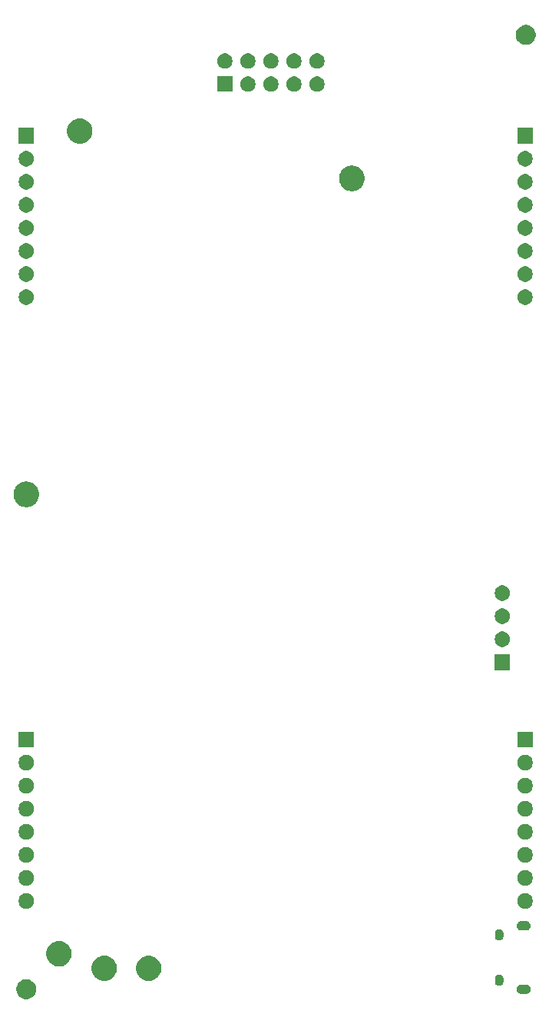
<source format=gbr>
G04 #@! TF.GenerationSoftware,KiCad,Pcbnew,(5.1.5)-3*
G04 #@! TF.CreationDate,2020-10-12T14:52:06+01:00*
G04 #@! TF.ProjectId,Retrospector_Components,52657472-6f73-4706-9563-746f725f436f,rev?*
G04 #@! TF.SameCoordinates,Original*
G04 #@! TF.FileFunction,Soldermask,Bot*
G04 #@! TF.FilePolarity,Negative*
%FSLAX46Y46*%
G04 Gerber Fmt 4.6, Leading zero omitted, Abs format (unit mm)*
G04 Created by KiCad (PCBNEW (5.1.5)-3) date 2020-10-12 14:52:06*
%MOMM*%
%LPD*%
G04 APERTURE LIST*
%ADD10C,0.100000*%
G04 APERTURE END LIST*
D10*
G36*
X102820857Y-156442272D02*
G01*
X103021043Y-156525192D01*
X103021045Y-156525193D01*
X103111738Y-156585792D01*
X103201208Y-156645574D01*
X103354426Y-156798792D01*
X103474808Y-156978957D01*
X103557728Y-157179143D01*
X103600000Y-157391658D01*
X103600000Y-157608342D01*
X103557728Y-157820857D01*
X103486521Y-157992765D01*
X103474807Y-158021045D01*
X103354425Y-158201209D01*
X103201209Y-158354425D01*
X103021045Y-158474807D01*
X103021044Y-158474808D01*
X103021043Y-158474808D01*
X102820857Y-158557728D01*
X102608342Y-158600000D01*
X102391658Y-158600000D01*
X102179143Y-158557728D01*
X101978957Y-158474808D01*
X101978956Y-158474808D01*
X101978955Y-158474807D01*
X101798791Y-158354425D01*
X101645575Y-158201209D01*
X101525193Y-158021045D01*
X101513479Y-157992765D01*
X101442272Y-157820857D01*
X101400000Y-157608342D01*
X101400000Y-157391658D01*
X101442272Y-157179143D01*
X101525192Y-156978957D01*
X101645574Y-156798792D01*
X101798792Y-156645574D01*
X101888262Y-156585792D01*
X101978955Y-156525193D01*
X101978957Y-156525192D01*
X102179143Y-156442272D01*
X102391658Y-156400000D01*
X102608342Y-156400000D01*
X102820857Y-156442272D01*
G37*
G36*
X157723015Y-157007234D02*
G01*
X157817270Y-157035826D01*
X157904128Y-157082253D01*
X157980264Y-157144736D01*
X158042747Y-157220872D01*
X158089174Y-157307730D01*
X158117766Y-157401985D01*
X158127419Y-157500000D01*
X158117766Y-157598015D01*
X158089174Y-157692270D01*
X158042747Y-157779128D01*
X157980264Y-157855264D01*
X157904128Y-157917747D01*
X157817270Y-157964174D01*
X157723015Y-157992766D01*
X157649564Y-158000000D01*
X157050436Y-158000000D01*
X156976985Y-157992766D01*
X156882730Y-157964174D01*
X156795872Y-157917747D01*
X156719736Y-157855264D01*
X156657253Y-157779128D01*
X156610826Y-157692270D01*
X156582234Y-157598015D01*
X156572581Y-157500000D01*
X156582234Y-157401985D01*
X156610826Y-157307730D01*
X156657253Y-157220872D01*
X156719736Y-157144736D01*
X156795872Y-157082253D01*
X156882730Y-157035826D01*
X156976985Y-157007234D01*
X157050436Y-157000000D01*
X157649564Y-157000000D01*
X157723015Y-157007234D01*
G37*
G36*
X154743116Y-155881873D02*
G01*
X154795681Y-155897818D01*
X154832658Y-155909035D01*
X154910453Y-155950618D01*
X154915173Y-155953141D01*
X154987501Y-156012499D01*
X155046859Y-156084827D01*
X155090966Y-156167346D01*
X155118127Y-156256884D01*
X155125000Y-156326668D01*
X155125000Y-156673332D01*
X155118127Y-156743116D01*
X155101238Y-156798791D01*
X155090965Y-156832658D01*
X155049382Y-156910453D01*
X155046859Y-156915173D01*
X154987501Y-156987501D01*
X154915173Y-157046859D01*
X154886576Y-157062144D01*
X154832657Y-157090965D01*
X154809358Y-157098033D01*
X154743115Y-157118127D01*
X154650000Y-157127298D01*
X154556884Y-157118127D01*
X154504319Y-157102182D01*
X154467342Y-157090965D01*
X154384829Y-157046860D01*
X154384827Y-157046859D01*
X154312499Y-156987501D01*
X154253141Y-156915173D01*
X154237856Y-156886576D01*
X154209035Y-156832657D01*
X154198762Y-156798791D01*
X154181873Y-156743115D01*
X154175000Y-156673331D01*
X154175000Y-156326668D01*
X154181873Y-156256884D01*
X154190500Y-156228444D01*
X154209034Y-156167345D01*
X154253142Y-156084827D01*
X154312500Y-156012499D01*
X154384828Y-155953141D01*
X154389548Y-155950618D01*
X154467343Y-155909035D01*
X154490642Y-155901967D01*
X154556885Y-155881873D01*
X154650000Y-155872702D01*
X154743116Y-155881873D01*
G37*
G36*
X116273126Y-153826900D02*
G01*
X116408365Y-153853801D01*
X116663149Y-153959336D01*
X116892448Y-154112549D01*
X117087451Y-154307552D01*
X117240664Y-154536851D01*
X117346199Y-154791635D01*
X117400000Y-155062112D01*
X117400000Y-155337888D01*
X117346199Y-155608365D01*
X117240664Y-155863149D01*
X117087451Y-156092448D01*
X116892448Y-156287451D01*
X116663149Y-156440664D01*
X116408365Y-156546199D01*
X116273127Y-156573099D01*
X116137889Y-156600000D01*
X115862111Y-156600000D01*
X115726873Y-156573099D01*
X115591635Y-156546199D01*
X115336851Y-156440664D01*
X115107552Y-156287451D01*
X114912549Y-156092448D01*
X114759336Y-155863149D01*
X114653801Y-155608365D01*
X114600000Y-155337888D01*
X114600000Y-155062112D01*
X114653801Y-154791635D01*
X114759336Y-154536851D01*
X114912549Y-154307552D01*
X115107552Y-154112549D01*
X115336851Y-153959336D01*
X115591635Y-153853801D01*
X115726874Y-153826900D01*
X115862111Y-153800000D01*
X116137889Y-153800000D01*
X116273126Y-153826900D01*
G37*
G36*
X111373126Y-153826900D02*
G01*
X111508365Y-153853801D01*
X111763149Y-153959336D01*
X111992448Y-154112549D01*
X112187451Y-154307552D01*
X112340664Y-154536851D01*
X112446199Y-154791635D01*
X112500000Y-155062112D01*
X112500000Y-155337888D01*
X112446199Y-155608365D01*
X112340664Y-155863149D01*
X112187451Y-156092448D01*
X111992448Y-156287451D01*
X111763149Y-156440664D01*
X111508365Y-156546199D01*
X111373127Y-156573099D01*
X111237889Y-156600000D01*
X110962111Y-156600000D01*
X110826873Y-156573099D01*
X110691635Y-156546199D01*
X110436851Y-156440664D01*
X110207552Y-156287451D01*
X110012549Y-156092448D01*
X109859336Y-155863149D01*
X109753801Y-155608365D01*
X109700000Y-155337888D01*
X109700000Y-155062112D01*
X109753801Y-154791635D01*
X109859336Y-154536851D01*
X110012549Y-154307552D01*
X110207552Y-154112549D01*
X110436851Y-153959336D01*
X110691635Y-153853801D01*
X110826874Y-153826900D01*
X110962111Y-153800000D01*
X111237889Y-153800000D01*
X111373126Y-153826900D01*
G37*
G36*
X106373126Y-152226900D02*
G01*
X106508365Y-152253801D01*
X106763149Y-152359336D01*
X106992448Y-152512549D01*
X107187451Y-152707552D01*
X107340664Y-152936851D01*
X107446199Y-153191635D01*
X107500000Y-153462112D01*
X107500000Y-153737888D01*
X107446199Y-154008365D01*
X107340664Y-154263149D01*
X107187451Y-154492448D01*
X106992448Y-154687451D01*
X106763149Y-154840664D01*
X106508365Y-154946199D01*
X106373127Y-154973099D01*
X106237889Y-155000000D01*
X105962111Y-155000000D01*
X105826873Y-154973099D01*
X105691635Y-154946199D01*
X105436851Y-154840664D01*
X105207552Y-154687451D01*
X105012549Y-154492448D01*
X104859336Y-154263149D01*
X104753801Y-154008365D01*
X104700000Y-153737888D01*
X104700000Y-153462112D01*
X104753801Y-153191635D01*
X104859336Y-152936851D01*
X105012549Y-152707552D01*
X105207552Y-152512549D01*
X105436851Y-152359336D01*
X105691635Y-152253801D01*
X105826874Y-152226900D01*
X105962111Y-152200000D01*
X106237889Y-152200000D01*
X106373126Y-152226900D01*
G37*
G36*
X154743116Y-150881873D02*
G01*
X154795681Y-150897818D01*
X154832658Y-150909035D01*
X154910453Y-150950618D01*
X154915173Y-150953141D01*
X154987501Y-151012499D01*
X155046859Y-151084827D01*
X155090966Y-151167346D01*
X155118127Y-151256884D01*
X155125000Y-151326668D01*
X155125000Y-151673332D01*
X155118127Y-151743116D01*
X155098033Y-151809359D01*
X155090965Y-151832658D01*
X155049382Y-151910453D01*
X155046859Y-151915173D01*
X154987501Y-151987501D01*
X154915173Y-152046859D01*
X154886576Y-152062144D01*
X154832657Y-152090965D01*
X154809358Y-152098033D01*
X154743115Y-152118127D01*
X154650000Y-152127298D01*
X154556884Y-152118127D01*
X154504319Y-152102182D01*
X154467342Y-152090965D01*
X154384829Y-152046860D01*
X154384827Y-152046859D01*
X154312499Y-151987501D01*
X154253141Y-151915173D01*
X154237856Y-151886576D01*
X154209035Y-151832657D01*
X154201967Y-151809358D01*
X154181873Y-151743115D01*
X154175000Y-151673331D01*
X154175000Y-151326668D01*
X154181873Y-151256884D01*
X154190500Y-151228444D01*
X154209034Y-151167345D01*
X154253142Y-151084827D01*
X154312500Y-151012499D01*
X154336546Y-150992765D01*
X154384828Y-150953141D01*
X154389548Y-150950618D01*
X154467343Y-150909035D01*
X154490642Y-150901967D01*
X154556885Y-150881873D01*
X154650000Y-150872702D01*
X154743116Y-150881873D01*
G37*
G36*
X157723015Y-150007234D02*
G01*
X157817270Y-150035826D01*
X157904128Y-150082253D01*
X157980264Y-150144736D01*
X158042747Y-150220872D01*
X158089174Y-150307730D01*
X158117766Y-150401985D01*
X158127419Y-150500000D01*
X158117766Y-150598015D01*
X158089174Y-150692270D01*
X158042747Y-150779128D01*
X157980264Y-150855264D01*
X157904128Y-150917747D01*
X157817270Y-150964174D01*
X157723015Y-150992766D01*
X157649564Y-151000000D01*
X157050436Y-151000000D01*
X156976985Y-150992766D01*
X156882730Y-150964174D01*
X156795872Y-150917747D01*
X156719736Y-150855264D01*
X156657253Y-150779128D01*
X156610826Y-150692270D01*
X156582234Y-150598015D01*
X156572581Y-150500000D01*
X156582234Y-150401985D01*
X156610826Y-150307730D01*
X156657253Y-150220872D01*
X156719736Y-150144736D01*
X156795872Y-150082253D01*
X156882730Y-150035826D01*
X156976985Y-150007234D01*
X157050436Y-150000000D01*
X157649564Y-150000000D01*
X157723015Y-150007234D01*
G37*
G36*
X102747935Y-146962664D02*
G01*
X102902624Y-147026739D01*
X102902626Y-147026740D01*
X103041844Y-147119762D01*
X103160238Y-147238156D01*
X103253260Y-147377374D01*
X103253261Y-147377376D01*
X103317336Y-147532065D01*
X103350000Y-147696281D01*
X103350000Y-147863719D01*
X103317336Y-148027935D01*
X103253261Y-148182624D01*
X103253260Y-148182626D01*
X103160238Y-148321844D01*
X103041844Y-148440238D01*
X102902626Y-148533260D01*
X102902625Y-148533261D01*
X102902624Y-148533261D01*
X102747935Y-148597336D01*
X102583719Y-148630000D01*
X102416281Y-148630000D01*
X102252065Y-148597336D01*
X102097376Y-148533261D01*
X102097375Y-148533261D01*
X102097374Y-148533260D01*
X101958156Y-148440238D01*
X101839762Y-148321844D01*
X101746740Y-148182626D01*
X101746739Y-148182624D01*
X101682664Y-148027935D01*
X101650000Y-147863719D01*
X101650000Y-147696281D01*
X101682664Y-147532065D01*
X101746739Y-147377376D01*
X101746740Y-147377374D01*
X101839762Y-147238156D01*
X101958156Y-147119762D01*
X102097374Y-147026740D01*
X102097376Y-147026739D01*
X102252065Y-146962664D01*
X102416281Y-146930000D01*
X102583719Y-146930000D01*
X102747935Y-146962664D01*
G37*
G36*
X157747935Y-146962664D02*
G01*
X157902624Y-147026739D01*
X157902626Y-147026740D01*
X158041844Y-147119762D01*
X158160238Y-147238156D01*
X158253260Y-147377374D01*
X158253261Y-147377376D01*
X158317336Y-147532065D01*
X158350000Y-147696281D01*
X158350000Y-147863719D01*
X158317336Y-148027935D01*
X158253261Y-148182624D01*
X158253260Y-148182626D01*
X158160238Y-148321844D01*
X158041844Y-148440238D01*
X157902626Y-148533260D01*
X157902625Y-148533261D01*
X157902624Y-148533261D01*
X157747935Y-148597336D01*
X157583719Y-148630000D01*
X157416281Y-148630000D01*
X157252065Y-148597336D01*
X157097376Y-148533261D01*
X157097375Y-148533261D01*
X157097374Y-148533260D01*
X156958156Y-148440238D01*
X156839762Y-148321844D01*
X156746740Y-148182626D01*
X156746739Y-148182624D01*
X156682664Y-148027935D01*
X156650000Y-147863719D01*
X156650000Y-147696281D01*
X156682664Y-147532065D01*
X156746739Y-147377376D01*
X156746740Y-147377374D01*
X156839762Y-147238156D01*
X156958156Y-147119762D01*
X157097374Y-147026740D01*
X157097376Y-147026739D01*
X157252065Y-146962664D01*
X157416281Y-146930000D01*
X157583719Y-146930000D01*
X157747935Y-146962664D01*
G37*
G36*
X157747935Y-144422664D02*
G01*
X157902624Y-144486739D01*
X157902626Y-144486740D01*
X158041844Y-144579762D01*
X158160238Y-144698156D01*
X158253260Y-144837374D01*
X158253261Y-144837376D01*
X158317336Y-144992065D01*
X158350000Y-145156281D01*
X158350000Y-145323719D01*
X158317336Y-145487935D01*
X158253261Y-145642624D01*
X158253260Y-145642626D01*
X158160238Y-145781844D01*
X158041844Y-145900238D01*
X157902626Y-145993260D01*
X157902625Y-145993261D01*
X157902624Y-145993261D01*
X157747935Y-146057336D01*
X157583719Y-146090000D01*
X157416281Y-146090000D01*
X157252065Y-146057336D01*
X157097376Y-145993261D01*
X157097375Y-145993261D01*
X157097374Y-145993260D01*
X156958156Y-145900238D01*
X156839762Y-145781844D01*
X156746740Y-145642626D01*
X156746739Y-145642624D01*
X156682664Y-145487935D01*
X156650000Y-145323719D01*
X156650000Y-145156281D01*
X156682664Y-144992065D01*
X156746739Y-144837376D01*
X156746740Y-144837374D01*
X156839762Y-144698156D01*
X156958156Y-144579762D01*
X157097374Y-144486740D01*
X157097376Y-144486739D01*
X157252065Y-144422664D01*
X157416281Y-144390000D01*
X157583719Y-144390000D01*
X157747935Y-144422664D01*
G37*
G36*
X102747935Y-144422664D02*
G01*
X102902624Y-144486739D01*
X102902626Y-144486740D01*
X103041844Y-144579762D01*
X103160238Y-144698156D01*
X103253260Y-144837374D01*
X103253261Y-144837376D01*
X103317336Y-144992065D01*
X103350000Y-145156281D01*
X103350000Y-145323719D01*
X103317336Y-145487935D01*
X103253261Y-145642624D01*
X103253260Y-145642626D01*
X103160238Y-145781844D01*
X103041844Y-145900238D01*
X102902626Y-145993260D01*
X102902625Y-145993261D01*
X102902624Y-145993261D01*
X102747935Y-146057336D01*
X102583719Y-146090000D01*
X102416281Y-146090000D01*
X102252065Y-146057336D01*
X102097376Y-145993261D01*
X102097375Y-145993261D01*
X102097374Y-145993260D01*
X101958156Y-145900238D01*
X101839762Y-145781844D01*
X101746740Y-145642626D01*
X101746739Y-145642624D01*
X101682664Y-145487935D01*
X101650000Y-145323719D01*
X101650000Y-145156281D01*
X101682664Y-144992065D01*
X101746739Y-144837376D01*
X101746740Y-144837374D01*
X101839762Y-144698156D01*
X101958156Y-144579762D01*
X102097374Y-144486740D01*
X102097376Y-144486739D01*
X102252065Y-144422664D01*
X102416281Y-144390000D01*
X102583719Y-144390000D01*
X102747935Y-144422664D01*
G37*
G36*
X157747935Y-141882664D02*
G01*
X157902624Y-141946739D01*
X157902626Y-141946740D01*
X158041844Y-142039762D01*
X158160238Y-142158156D01*
X158253260Y-142297374D01*
X158253261Y-142297376D01*
X158317336Y-142452065D01*
X158350000Y-142616281D01*
X158350000Y-142783719D01*
X158317336Y-142947935D01*
X158253261Y-143102624D01*
X158253260Y-143102626D01*
X158160238Y-143241844D01*
X158041844Y-143360238D01*
X157902626Y-143453260D01*
X157902625Y-143453261D01*
X157902624Y-143453261D01*
X157747935Y-143517336D01*
X157583719Y-143550000D01*
X157416281Y-143550000D01*
X157252065Y-143517336D01*
X157097376Y-143453261D01*
X157097375Y-143453261D01*
X157097374Y-143453260D01*
X156958156Y-143360238D01*
X156839762Y-143241844D01*
X156746740Y-143102626D01*
X156746739Y-143102624D01*
X156682664Y-142947935D01*
X156650000Y-142783719D01*
X156650000Y-142616281D01*
X156682664Y-142452065D01*
X156746739Y-142297376D01*
X156746740Y-142297374D01*
X156839762Y-142158156D01*
X156958156Y-142039762D01*
X157097374Y-141946740D01*
X157097376Y-141946739D01*
X157252065Y-141882664D01*
X157416281Y-141850000D01*
X157583719Y-141850000D01*
X157747935Y-141882664D01*
G37*
G36*
X102747935Y-141882664D02*
G01*
X102902624Y-141946739D01*
X102902626Y-141946740D01*
X103041844Y-142039762D01*
X103160238Y-142158156D01*
X103253260Y-142297374D01*
X103253261Y-142297376D01*
X103317336Y-142452065D01*
X103350000Y-142616281D01*
X103350000Y-142783719D01*
X103317336Y-142947935D01*
X103253261Y-143102624D01*
X103253260Y-143102626D01*
X103160238Y-143241844D01*
X103041844Y-143360238D01*
X102902626Y-143453260D01*
X102902625Y-143453261D01*
X102902624Y-143453261D01*
X102747935Y-143517336D01*
X102583719Y-143550000D01*
X102416281Y-143550000D01*
X102252065Y-143517336D01*
X102097376Y-143453261D01*
X102097375Y-143453261D01*
X102097374Y-143453260D01*
X101958156Y-143360238D01*
X101839762Y-143241844D01*
X101746740Y-143102626D01*
X101746739Y-143102624D01*
X101682664Y-142947935D01*
X101650000Y-142783719D01*
X101650000Y-142616281D01*
X101682664Y-142452065D01*
X101746739Y-142297376D01*
X101746740Y-142297374D01*
X101839762Y-142158156D01*
X101958156Y-142039762D01*
X102097374Y-141946740D01*
X102097376Y-141946739D01*
X102252065Y-141882664D01*
X102416281Y-141850000D01*
X102583719Y-141850000D01*
X102747935Y-141882664D01*
G37*
G36*
X102747935Y-139342664D02*
G01*
X102902624Y-139406739D01*
X102902626Y-139406740D01*
X103041844Y-139499762D01*
X103160238Y-139618156D01*
X103253260Y-139757374D01*
X103253261Y-139757376D01*
X103317336Y-139912065D01*
X103350000Y-140076281D01*
X103350000Y-140243719D01*
X103317336Y-140407935D01*
X103253261Y-140562624D01*
X103253260Y-140562626D01*
X103160238Y-140701844D01*
X103041844Y-140820238D01*
X102902626Y-140913260D01*
X102902625Y-140913261D01*
X102902624Y-140913261D01*
X102747935Y-140977336D01*
X102583719Y-141010000D01*
X102416281Y-141010000D01*
X102252065Y-140977336D01*
X102097376Y-140913261D01*
X102097375Y-140913261D01*
X102097374Y-140913260D01*
X101958156Y-140820238D01*
X101839762Y-140701844D01*
X101746740Y-140562626D01*
X101746739Y-140562624D01*
X101682664Y-140407935D01*
X101650000Y-140243719D01*
X101650000Y-140076281D01*
X101682664Y-139912065D01*
X101746739Y-139757376D01*
X101746740Y-139757374D01*
X101839762Y-139618156D01*
X101958156Y-139499762D01*
X102097374Y-139406740D01*
X102097376Y-139406739D01*
X102252065Y-139342664D01*
X102416281Y-139310000D01*
X102583719Y-139310000D01*
X102747935Y-139342664D01*
G37*
G36*
X157747935Y-139342664D02*
G01*
X157902624Y-139406739D01*
X157902626Y-139406740D01*
X158041844Y-139499762D01*
X158160238Y-139618156D01*
X158253260Y-139757374D01*
X158253261Y-139757376D01*
X158317336Y-139912065D01*
X158350000Y-140076281D01*
X158350000Y-140243719D01*
X158317336Y-140407935D01*
X158253261Y-140562624D01*
X158253260Y-140562626D01*
X158160238Y-140701844D01*
X158041844Y-140820238D01*
X157902626Y-140913260D01*
X157902625Y-140913261D01*
X157902624Y-140913261D01*
X157747935Y-140977336D01*
X157583719Y-141010000D01*
X157416281Y-141010000D01*
X157252065Y-140977336D01*
X157097376Y-140913261D01*
X157097375Y-140913261D01*
X157097374Y-140913260D01*
X156958156Y-140820238D01*
X156839762Y-140701844D01*
X156746740Y-140562626D01*
X156746739Y-140562624D01*
X156682664Y-140407935D01*
X156650000Y-140243719D01*
X156650000Y-140076281D01*
X156682664Y-139912065D01*
X156746739Y-139757376D01*
X156746740Y-139757374D01*
X156839762Y-139618156D01*
X156958156Y-139499762D01*
X157097374Y-139406740D01*
X157097376Y-139406739D01*
X157252065Y-139342664D01*
X157416281Y-139310000D01*
X157583719Y-139310000D01*
X157747935Y-139342664D01*
G37*
G36*
X102747935Y-136802664D02*
G01*
X102902624Y-136866739D01*
X102902626Y-136866740D01*
X103041844Y-136959762D01*
X103160238Y-137078156D01*
X103253260Y-137217374D01*
X103253261Y-137217376D01*
X103317336Y-137372065D01*
X103350000Y-137536281D01*
X103350000Y-137703719D01*
X103317336Y-137867935D01*
X103253261Y-138022624D01*
X103253260Y-138022626D01*
X103160238Y-138161844D01*
X103041844Y-138280238D01*
X102902626Y-138373260D01*
X102902625Y-138373261D01*
X102902624Y-138373261D01*
X102747935Y-138437336D01*
X102583719Y-138470000D01*
X102416281Y-138470000D01*
X102252065Y-138437336D01*
X102097376Y-138373261D01*
X102097375Y-138373261D01*
X102097374Y-138373260D01*
X101958156Y-138280238D01*
X101839762Y-138161844D01*
X101746740Y-138022626D01*
X101746739Y-138022624D01*
X101682664Y-137867935D01*
X101650000Y-137703719D01*
X101650000Y-137536281D01*
X101682664Y-137372065D01*
X101746739Y-137217376D01*
X101746740Y-137217374D01*
X101839762Y-137078156D01*
X101958156Y-136959762D01*
X102097374Y-136866740D01*
X102097376Y-136866739D01*
X102252065Y-136802664D01*
X102416281Y-136770000D01*
X102583719Y-136770000D01*
X102747935Y-136802664D01*
G37*
G36*
X157747935Y-136802664D02*
G01*
X157902624Y-136866739D01*
X157902626Y-136866740D01*
X158041844Y-136959762D01*
X158160238Y-137078156D01*
X158253260Y-137217374D01*
X158253261Y-137217376D01*
X158317336Y-137372065D01*
X158350000Y-137536281D01*
X158350000Y-137703719D01*
X158317336Y-137867935D01*
X158253261Y-138022624D01*
X158253260Y-138022626D01*
X158160238Y-138161844D01*
X158041844Y-138280238D01*
X157902626Y-138373260D01*
X157902625Y-138373261D01*
X157902624Y-138373261D01*
X157747935Y-138437336D01*
X157583719Y-138470000D01*
X157416281Y-138470000D01*
X157252065Y-138437336D01*
X157097376Y-138373261D01*
X157097375Y-138373261D01*
X157097374Y-138373260D01*
X156958156Y-138280238D01*
X156839762Y-138161844D01*
X156746740Y-138022626D01*
X156746739Y-138022624D01*
X156682664Y-137867935D01*
X156650000Y-137703719D01*
X156650000Y-137536281D01*
X156682664Y-137372065D01*
X156746739Y-137217376D01*
X156746740Y-137217374D01*
X156839762Y-137078156D01*
X156958156Y-136959762D01*
X157097374Y-136866740D01*
X157097376Y-136866739D01*
X157252065Y-136802664D01*
X157416281Y-136770000D01*
X157583719Y-136770000D01*
X157747935Y-136802664D01*
G37*
G36*
X102747935Y-134262664D02*
G01*
X102902624Y-134326739D01*
X102902626Y-134326740D01*
X103041844Y-134419762D01*
X103160238Y-134538156D01*
X103253260Y-134677374D01*
X103253261Y-134677376D01*
X103317336Y-134832065D01*
X103350000Y-134996281D01*
X103350000Y-135163719D01*
X103317336Y-135327935D01*
X103253261Y-135482624D01*
X103253260Y-135482626D01*
X103160238Y-135621844D01*
X103041844Y-135740238D01*
X102902626Y-135833260D01*
X102902625Y-135833261D01*
X102902624Y-135833261D01*
X102747935Y-135897336D01*
X102583719Y-135930000D01*
X102416281Y-135930000D01*
X102252065Y-135897336D01*
X102097376Y-135833261D01*
X102097375Y-135833261D01*
X102097374Y-135833260D01*
X101958156Y-135740238D01*
X101839762Y-135621844D01*
X101746740Y-135482626D01*
X101746739Y-135482624D01*
X101682664Y-135327935D01*
X101650000Y-135163719D01*
X101650000Y-134996281D01*
X101682664Y-134832065D01*
X101746739Y-134677376D01*
X101746740Y-134677374D01*
X101839762Y-134538156D01*
X101958156Y-134419762D01*
X102097374Y-134326740D01*
X102097376Y-134326739D01*
X102252065Y-134262664D01*
X102416281Y-134230000D01*
X102583719Y-134230000D01*
X102747935Y-134262664D01*
G37*
G36*
X157747935Y-134262664D02*
G01*
X157902624Y-134326739D01*
X157902626Y-134326740D01*
X158041844Y-134419762D01*
X158160238Y-134538156D01*
X158253260Y-134677374D01*
X158253261Y-134677376D01*
X158317336Y-134832065D01*
X158350000Y-134996281D01*
X158350000Y-135163719D01*
X158317336Y-135327935D01*
X158253261Y-135482624D01*
X158253260Y-135482626D01*
X158160238Y-135621844D01*
X158041844Y-135740238D01*
X157902626Y-135833260D01*
X157902625Y-135833261D01*
X157902624Y-135833261D01*
X157747935Y-135897336D01*
X157583719Y-135930000D01*
X157416281Y-135930000D01*
X157252065Y-135897336D01*
X157097376Y-135833261D01*
X157097375Y-135833261D01*
X157097374Y-135833260D01*
X156958156Y-135740238D01*
X156839762Y-135621844D01*
X156746740Y-135482626D01*
X156746739Y-135482624D01*
X156682664Y-135327935D01*
X156650000Y-135163719D01*
X156650000Y-134996281D01*
X156682664Y-134832065D01*
X156746739Y-134677376D01*
X156746740Y-134677374D01*
X156839762Y-134538156D01*
X156958156Y-134419762D01*
X157097374Y-134326740D01*
X157097376Y-134326739D01*
X157252065Y-134262664D01*
X157416281Y-134230000D01*
X157583719Y-134230000D01*
X157747935Y-134262664D01*
G37*
G36*
X102747935Y-131722664D02*
G01*
X102902624Y-131786739D01*
X102902626Y-131786740D01*
X103041844Y-131879762D01*
X103160238Y-131998156D01*
X103253260Y-132137374D01*
X103253261Y-132137376D01*
X103317336Y-132292065D01*
X103350000Y-132456281D01*
X103350000Y-132623719D01*
X103317336Y-132787935D01*
X103253261Y-132942624D01*
X103253260Y-132942626D01*
X103160238Y-133081844D01*
X103041844Y-133200238D01*
X102902626Y-133293260D01*
X102902625Y-133293261D01*
X102902624Y-133293261D01*
X102747935Y-133357336D01*
X102583719Y-133390000D01*
X102416281Y-133390000D01*
X102252065Y-133357336D01*
X102097376Y-133293261D01*
X102097375Y-133293261D01*
X102097374Y-133293260D01*
X101958156Y-133200238D01*
X101839762Y-133081844D01*
X101746740Y-132942626D01*
X101746739Y-132942624D01*
X101682664Y-132787935D01*
X101650000Y-132623719D01*
X101650000Y-132456281D01*
X101682664Y-132292065D01*
X101746739Y-132137376D01*
X101746740Y-132137374D01*
X101839762Y-131998156D01*
X101958156Y-131879762D01*
X102097374Y-131786740D01*
X102097376Y-131786739D01*
X102252065Y-131722664D01*
X102416281Y-131690000D01*
X102583719Y-131690000D01*
X102747935Y-131722664D01*
G37*
G36*
X157747935Y-131722664D02*
G01*
X157902624Y-131786739D01*
X157902626Y-131786740D01*
X158041844Y-131879762D01*
X158160238Y-131998156D01*
X158253260Y-132137374D01*
X158253261Y-132137376D01*
X158317336Y-132292065D01*
X158350000Y-132456281D01*
X158350000Y-132623719D01*
X158317336Y-132787935D01*
X158253261Y-132942624D01*
X158253260Y-132942626D01*
X158160238Y-133081844D01*
X158041844Y-133200238D01*
X157902626Y-133293260D01*
X157902625Y-133293261D01*
X157902624Y-133293261D01*
X157747935Y-133357336D01*
X157583719Y-133390000D01*
X157416281Y-133390000D01*
X157252065Y-133357336D01*
X157097376Y-133293261D01*
X157097375Y-133293261D01*
X157097374Y-133293260D01*
X156958156Y-133200238D01*
X156839762Y-133081844D01*
X156746740Y-132942626D01*
X156746739Y-132942624D01*
X156682664Y-132787935D01*
X156650000Y-132623719D01*
X156650000Y-132456281D01*
X156682664Y-132292065D01*
X156746739Y-132137376D01*
X156746740Y-132137374D01*
X156839762Y-131998156D01*
X156958156Y-131879762D01*
X157097374Y-131786740D01*
X157097376Y-131786739D01*
X157252065Y-131722664D01*
X157416281Y-131690000D01*
X157583719Y-131690000D01*
X157747935Y-131722664D01*
G37*
G36*
X103350000Y-130850000D02*
G01*
X101650000Y-130850000D01*
X101650000Y-129150000D01*
X103350000Y-129150000D01*
X103350000Y-130850000D01*
G37*
G36*
X158350000Y-130850000D02*
G01*
X156650000Y-130850000D01*
X156650000Y-129150000D01*
X158350000Y-129150000D01*
X158350000Y-130850000D01*
G37*
G36*
X155850000Y-122350000D02*
G01*
X154150000Y-122350000D01*
X154150000Y-120650000D01*
X155850000Y-120650000D01*
X155850000Y-122350000D01*
G37*
G36*
X155247935Y-118142664D02*
G01*
X155402624Y-118206739D01*
X155402626Y-118206740D01*
X155541844Y-118299762D01*
X155660238Y-118418156D01*
X155753260Y-118557374D01*
X155753261Y-118557376D01*
X155817336Y-118712065D01*
X155850000Y-118876281D01*
X155850000Y-119043719D01*
X155817336Y-119207935D01*
X155753261Y-119362624D01*
X155753260Y-119362626D01*
X155660238Y-119501844D01*
X155541844Y-119620238D01*
X155402626Y-119713260D01*
X155402625Y-119713261D01*
X155402624Y-119713261D01*
X155247935Y-119777336D01*
X155083719Y-119810000D01*
X154916281Y-119810000D01*
X154752065Y-119777336D01*
X154597376Y-119713261D01*
X154597375Y-119713261D01*
X154597374Y-119713260D01*
X154458156Y-119620238D01*
X154339762Y-119501844D01*
X154246740Y-119362626D01*
X154246739Y-119362624D01*
X154182664Y-119207935D01*
X154150000Y-119043719D01*
X154150000Y-118876281D01*
X154182664Y-118712065D01*
X154246739Y-118557376D01*
X154246740Y-118557374D01*
X154339762Y-118418156D01*
X154458156Y-118299762D01*
X154597374Y-118206740D01*
X154597376Y-118206739D01*
X154752065Y-118142664D01*
X154916281Y-118110000D01*
X155083719Y-118110000D01*
X155247935Y-118142664D01*
G37*
G36*
X155247935Y-115602664D02*
G01*
X155402624Y-115666739D01*
X155402626Y-115666740D01*
X155541844Y-115759762D01*
X155660238Y-115878156D01*
X155753260Y-116017374D01*
X155753261Y-116017376D01*
X155817336Y-116172065D01*
X155850000Y-116336281D01*
X155850000Y-116503719D01*
X155817336Y-116667935D01*
X155753261Y-116822624D01*
X155753260Y-116822626D01*
X155660238Y-116961844D01*
X155541844Y-117080238D01*
X155402626Y-117173260D01*
X155402625Y-117173261D01*
X155402624Y-117173261D01*
X155247935Y-117237336D01*
X155083719Y-117270000D01*
X154916281Y-117270000D01*
X154752065Y-117237336D01*
X154597376Y-117173261D01*
X154597375Y-117173261D01*
X154597374Y-117173260D01*
X154458156Y-117080238D01*
X154339762Y-116961844D01*
X154246740Y-116822626D01*
X154246739Y-116822624D01*
X154182664Y-116667935D01*
X154150000Y-116503719D01*
X154150000Y-116336281D01*
X154182664Y-116172065D01*
X154246739Y-116017376D01*
X154246740Y-116017374D01*
X154339762Y-115878156D01*
X154458156Y-115759762D01*
X154597374Y-115666740D01*
X154597376Y-115666739D01*
X154752065Y-115602664D01*
X154916281Y-115570000D01*
X155083719Y-115570000D01*
X155247935Y-115602664D01*
G37*
G36*
X155247935Y-113062664D02*
G01*
X155402624Y-113126739D01*
X155402626Y-113126740D01*
X155541844Y-113219762D01*
X155660238Y-113338156D01*
X155753260Y-113477374D01*
X155753261Y-113477376D01*
X155817336Y-113632065D01*
X155850000Y-113796281D01*
X155850000Y-113963719D01*
X155817336Y-114127935D01*
X155753261Y-114282624D01*
X155753260Y-114282626D01*
X155660238Y-114421844D01*
X155541844Y-114540238D01*
X155402626Y-114633260D01*
X155402625Y-114633261D01*
X155402624Y-114633261D01*
X155247935Y-114697336D01*
X155083719Y-114730000D01*
X154916281Y-114730000D01*
X154752065Y-114697336D01*
X154597376Y-114633261D01*
X154597375Y-114633261D01*
X154597374Y-114633260D01*
X154458156Y-114540238D01*
X154339762Y-114421844D01*
X154246740Y-114282626D01*
X154246739Y-114282624D01*
X154182664Y-114127935D01*
X154150000Y-113963719D01*
X154150000Y-113796281D01*
X154182664Y-113632065D01*
X154246739Y-113477376D01*
X154246740Y-113477374D01*
X154339762Y-113338156D01*
X154458156Y-113219762D01*
X154597374Y-113126740D01*
X154597376Y-113126739D01*
X154752065Y-113062664D01*
X154916281Y-113030000D01*
X155083719Y-113030000D01*
X155247935Y-113062664D01*
G37*
G36*
X102773126Y-101626900D02*
G01*
X102908365Y-101653801D01*
X103163149Y-101759336D01*
X103392448Y-101912549D01*
X103587451Y-102107552D01*
X103740664Y-102336851D01*
X103846199Y-102591635D01*
X103900000Y-102862112D01*
X103900000Y-103137888D01*
X103846199Y-103408365D01*
X103740664Y-103663149D01*
X103587451Y-103892448D01*
X103392448Y-104087451D01*
X103163149Y-104240664D01*
X102908365Y-104346199D01*
X102773127Y-104373099D01*
X102637889Y-104400000D01*
X102362111Y-104400000D01*
X102226874Y-104373100D01*
X102091635Y-104346199D01*
X101836851Y-104240664D01*
X101607552Y-104087451D01*
X101412549Y-103892448D01*
X101259336Y-103663149D01*
X101153801Y-103408365D01*
X101100000Y-103137888D01*
X101100000Y-102862112D01*
X101153801Y-102591635D01*
X101259336Y-102336851D01*
X101412549Y-102107552D01*
X101607552Y-101912549D01*
X101836851Y-101759336D01*
X102091635Y-101653801D01*
X102226874Y-101626900D01*
X102362111Y-101600000D01*
X102637889Y-101600000D01*
X102773126Y-101626900D01*
G37*
G36*
X102747935Y-80462664D02*
G01*
X102902624Y-80526739D01*
X102902626Y-80526740D01*
X103041844Y-80619762D01*
X103160238Y-80738156D01*
X103253260Y-80877374D01*
X103253261Y-80877376D01*
X103317336Y-81032065D01*
X103350000Y-81196281D01*
X103350000Y-81363719D01*
X103317336Y-81527935D01*
X103253261Y-81682624D01*
X103253260Y-81682626D01*
X103160238Y-81821844D01*
X103041844Y-81940238D01*
X102902626Y-82033260D01*
X102902625Y-82033261D01*
X102902624Y-82033261D01*
X102747935Y-82097336D01*
X102583719Y-82130000D01*
X102416281Y-82130000D01*
X102252065Y-82097336D01*
X102097376Y-82033261D01*
X102097375Y-82033261D01*
X102097374Y-82033260D01*
X101958156Y-81940238D01*
X101839762Y-81821844D01*
X101746740Y-81682626D01*
X101746739Y-81682624D01*
X101682664Y-81527935D01*
X101650000Y-81363719D01*
X101650000Y-81196281D01*
X101682664Y-81032065D01*
X101746739Y-80877376D01*
X101746740Y-80877374D01*
X101839762Y-80738156D01*
X101958156Y-80619762D01*
X102097374Y-80526740D01*
X102097376Y-80526739D01*
X102252065Y-80462664D01*
X102416281Y-80430000D01*
X102583719Y-80430000D01*
X102747935Y-80462664D01*
G37*
G36*
X157747935Y-80462664D02*
G01*
X157902624Y-80526739D01*
X157902626Y-80526740D01*
X158041844Y-80619762D01*
X158160238Y-80738156D01*
X158253260Y-80877374D01*
X158253261Y-80877376D01*
X158317336Y-81032065D01*
X158350000Y-81196281D01*
X158350000Y-81363719D01*
X158317336Y-81527935D01*
X158253261Y-81682624D01*
X158253260Y-81682626D01*
X158160238Y-81821844D01*
X158041844Y-81940238D01*
X157902626Y-82033260D01*
X157902625Y-82033261D01*
X157902624Y-82033261D01*
X157747935Y-82097336D01*
X157583719Y-82130000D01*
X157416281Y-82130000D01*
X157252065Y-82097336D01*
X157097376Y-82033261D01*
X157097375Y-82033261D01*
X157097374Y-82033260D01*
X156958156Y-81940238D01*
X156839762Y-81821844D01*
X156746740Y-81682626D01*
X156746739Y-81682624D01*
X156682664Y-81527935D01*
X156650000Y-81363719D01*
X156650000Y-81196281D01*
X156682664Y-81032065D01*
X156746739Y-80877376D01*
X156746740Y-80877374D01*
X156839762Y-80738156D01*
X156958156Y-80619762D01*
X157097374Y-80526740D01*
X157097376Y-80526739D01*
X157252065Y-80462664D01*
X157416281Y-80430000D01*
X157583719Y-80430000D01*
X157747935Y-80462664D01*
G37*
G36*
X102747935Y-77922664D02*
G01*
X102902624Y-77986739D01*
X102902626Y-77986740D01*
X103041844Y-78079762D01*
X103160238Y-78198156D01*
X103253260Y-78337374D01*
X103253261Y-78337376D01*
X103317336Y-78492065D01*
X103350000Y-78656281D01*
X103350000Y-78823719D01*
X103317336Y-78987935D01*
X103253261Y-79142624D01*
X103253260Y-79142626D01*
X103160238Y-79281844D01*
X103041844Y-79400238D01*
X102902626Y-79493260D01*
X102902625Y-79493261D01*
X102902624Y-79493261D01*
X102747935Y-79557336D01*
X102583719Y-79590000D01*
X102416281Y-79590000D01*
X102252065Y-79557336D01*
X102097376Y-79493261D01*
X102097375Y-79493261D01*
X102097374Y-79493260D01*
X101958156Y-79400238D01*
X101839762Y-79281844D01*
X101746740Y-79142626D01*
X101746739Y-79142624D01*
X101682664Y-78987935D01*
X101650000Y-78823719D01*
X101650000Y-78656281D01*
X101682664Y-78492065D01*
X101746739Y-78337376D01*
X101746740Y-78337374D01*
X101839762Y-78198156D01*
X101958156Y-78079762D01*
X102097374Y-77986740D01*
X102097376Y-77986739D01*
X102252065Y-77922664D01*
X102416281Y-77890000D01*
X102583719Y-77890000D01*
X102747935Y-77922664D01*
G37*
G36*
X157747935Y-77922664D02*
G01*
X157902624Y-77986739D01*
X157902626Y-77986740D01*
X158041844Y-78079762D01*
X158160238Y-78198156D01*
X158253260Y-78337374D01*
X158253261Y-78337376D01*
X158317336Y-78492065D01*
X158350000Y-78656281D01*
X158350000Y-78823719D01*
X158317336Y-78987935D01*
X158253261Y-79142624D01*
X158253260Y-79142626D01*
X158160238Y-79281844D01*
X158041844Y-79400238D01*
X157902626Y-79493260D01*
X157902625Y-79493261D01*
X157902624Y-79493261D01*
X157747935Y-79557336D01*
X157583719Y-79590000D01*
X157416281Y-79590000D01*
X157252065Y-79557336D01*
X157097376Y-79493261D01*
X157097375Y-79493261D01*
X157097374Y-79493260D01*
X156958156Y-79400238D01*
X156839762Y-79281844D01*
X156746740Y-79142626D01*
X156746739Y-79142624D01*
X156682664Y-78987935D01*
X156650000Y-78823719D01*
X156650000Y-78656281D01*
X156682664Y-78492065D01*
X156746739Y-78337376D01*
X156746740Y-78337374D01*
X156839762Y-78198156D01*
X156958156Y-78079762D01*
X157097374Y-77986740D01*
X157097376Y-77986739D01*
X157252065Y-77922664D01*
X157416281Y-77890000D01*
X157583719Y-77890000D01*
X157747935Y-77922664D01*
G37*
G36*
X102747935Y-75382664D02*
G01*
X102902624Y-75446739D01*
X102902626Y-75446740D01*
X103041844Y-75539762D01*
X103160238Y-75658156D01*
X103253260Y-75797374D01*
X103253261Y-75797376D01*
X103317336Y-75952065D01*
X103350000Y-76116281D01*
X103350000Y-76283719D01*
X103317336Y-76447935D01*
X103253261Y-76602624D01*
X103253260Y-76602626D01*
X103160238Y-76741844D01*
X103041844Y-76860238D01*
X102902626Y-76953260D01*
X102902625Y-76953261D01*
X102902624Y-76953261D01*
X102747935Y-77017336D01*
X102583719Y-77050000D01*
X102416281Y-77050000D01*
X102252065Y-77017336D01*
X102097376Y-76953261D01*
X102097375Y-76953261D01*
X102097374Y-76953260D01*
X101958156Y-76860238D01*
X101839762Y-76741844D01*
X101746740Y-76602626D01*
X101746739Y-76602624D01*
X101682664Y-76447935D01*
X101650000Y-76283719D01*
X101650000Y-76116281D01*
X101682664Y-75952065D01*
X101746739Y-75797376D01*
X101746740Y-75797374D01*
X101839762Y-75658156D01*
X101958156Y-75539762D01*
X102097374Y-75446740D01*
X102097376Y-75446739D01*
X102252065Y-75382664D01*
X102416281Y-75350000D01*
X102583719Y-75350000D01*
X102747935Y-75382664D01*
G37*
G36*
X157747935Y-75382664D02*
G01*
X157902624Y-75446739D01*
X157902626Y-75446740D01*
X158041844Y-75539762D01*
X158160238Y-75658156D01*
X158253260Y-75797374D01*
X158253261Y-75797376D01*
X158317336Y-75952065D01*
X158350000Y-76116281D01*
X158350000Y-76283719D01*
X158317336Y-76447935D01*
X158253261Y-76602624D01*
X158253260Y-76602626D01*
X158160238Y-76741844D01*
X158041844Y-76860238D01*
X157902626Y-76953260D01*
X157902625Y-76953261D01*
X157902624Y-76953261D01*
X157747935Y-77017336D01*
X157583719Y-77050000D01*
X157416281Y-77050000D01*
X157252065Y-77017336D01*
X157097376Y-76953261D01*
X157097375Y-76953261D01*
X157097374Y-76953260D01*
X156958156Y-76860238D01*
X156839762Y-76741844D01*
X156746740Y-76602626D01*
X156746739Y-76602624D01*
X156682664Y-76447935D01*
X156650000Y-76283719D01*
X156650000Y-76116281D01*
X156682664Y-75952065D01*
X156746739Y-75797376D01*
X156746740Y-75797374D01*
X156839762Y-75658156D01*
X156958156Y-75539762D01*
X157097374Y-75446740D01*
X157097376Y-75446739D01*
X157252065Y-75382664D01*
X157416281Y-75350000D01*
X157583719Y-75350000D01*
X157747935Y-75382664D01*
G37*
G36*
X102747935Y-72842664D02*
G01*
X102902624Y-72906739D01*
X102902626Y-72906740D01*
X103041844Y-72999762D01*
X103160238Y-73118156D01*
X103253260Y-73257374D01*
X103253261Y-73257376D01*
X103317336Y-73412065D01*
X103350000Y-73576281D01*
X103350000Y-73743719D01*
X103317336Y-73907935D01*
X103253261Y-74062624D01*
X103253260Y-74062626D01*
X103160238Y-74201844D01*
X103041844Y-74320238D01*
X102902626Y-74413260D01*
X102902625Y-74413261D01*
X102902624Y-74413261D01*
X102747935Y-74477336D01*
X102583719Y-74510000D01*
X102416281Y-74510000D01*
X102252065Y-74477336D01*
X102097376Y-74413261D01*
X102097375Y-74413261D01*
X102097374Y-74413260D01*
X101958156Y-74320238D01*
X101839762Y-74201844D01*
X101746740Y-74062626D01*
X101746739Y-74062624D01*
X101682664Y-73907935D01*
X101650000Y-73743719D01*
X101650000Y-73576281D01*
X101682664Y-73412065D01*
X101746739Y-73257376D01*
X101746740Y-73257374D01*
X101839762Y-73118156D01*
X101958156Y-72999762D01*
X102097374Y-72906740D01*
X102097376Y-72906739D01*
X102252065Y-72842664D01*
X102416281Y-72810000D01*
X102583719Y-72810000D01*
X102747935Y-72842664D01*
G37*
G36*
X157747935Y-72842664D02*
G01*
X157902624Y-72906739D01*
X157902626Y-72906740D01*
X158041844Y-72999762D01*
X158160238Y-73118156D01*
X158253260Y-73257374D01*
X158253261Y-73257376D01*
X158317336Y-73412065D01*
X158350000Y-73576281D01*
X158350000Y-73743719D01*
X158317336Y-73907935D01*
X158253261Y-74062624D01*
X158253260Y-74062626D01*
X158160238Y-74201844D01*
X158041844Y-74320238D01*
X157902626Y-74413260D01*
X157902625Y-74413261D01*
X157902624Y-74413261D01*
X157747935Y-74477336D01*
X157583719Y-74510000D01*
X157416281Y-74510000D01*
X157252065Y-74477336D01*
X157097376Y-74413261D01*
X157097375Y-74413261D01*
X157097374Y-74413260D01*
X156958156Y-74320238D01*
X156839762Y-74201844D01*
X156746740Y-74062626D01*
X156746739Y-74062624D01*
X156682664Y-73907935D01*
X156650000Y-73743719D01*
X156650000Y-73576281D01*
X156682664Y-73412065D01*
X156746739Y-73257376D01*
X156746740Y-73257374D01*
X156839762Y-73118156D01*
X156958156Y-72999762D01*
X157097374Y-72906740D01*
X157097376Y-72906739D01*
X157252065Y-72842664D01*
X157416281Y-72810000D01*
X157583719Y-72810000D01*
X157747935Y-72842664D01*
G37*
G36*
X157747935Y-70302664D02*
G01*
X157902624Y-70366739D01*
X157902626Y-70366740D01*
X158041844Y-70459762D01*
X158160238Y-70578156D01*
X158253260Y-70717374D01*
X158253261Y-70717376D01*
X158317336Y-70872065D01*
X158350000Y-71036281D01*
X158350000Y-71203719D01*
X158317336Y-71367935D01*
X158253261Y-71522624D01*
X158253260Y-71522626D01*
X158160238Y-71661844D01*
X158041844Y-71780238D01*
X157902626Y-71873260D01*
X157902625Y-71873261D01*
X157902624Y-71873261D01*
X157747935Y-71937336D01*
X157583719Y-71970000D01*
X157416281Y-71970000D01*
X157252065Y-71937336D01*
X157097376Y-71873261D01*
X157097375Y-71873261D01*
X157097374Y-71873260D01*
X156958156Y-71780238D01*
X156839762Y-71661844D01*
X156746740Y-71522626D01*
X156746739Y-71522624D01*
X156682664Y-71367935D01*
X156650000Y-71203719D01*
X156650000Y-71036281D01*
X156682664Y-70872065D01*
X156746739Y-70717376D01*
X156746740Y-70717374D01*
X156839762Y-70578156D01*
X156958156Y-70459762D01*
X157097374Y-70366740D01*
X157097376Y-70366739D01*
X157252065Y-70302664D01*
X157416281Y-70270000D01*
X157583719Y-70270000D01*
X157747935Y-70302664D01*
G37*
G36*
X102747935Y-70302664D02*
G01*
X102902624Y-70366739D01*
X102902626Y-70366740D01*
X103041844Y-70459762D01*
X103160238Y-70578156D01*
X103253260Y-70717374D01*
X103253261Y-70717376D01*
X103317336Y-70872065D01*
X103350000Y-71036281D01*
X103350000Y-71203719D01*
X103317336Y-71367935D01*
X103253261Y-71522624D01*
X103253260Y-71522626D01*
X103160238Y-71661844D01*
X103041844Y-71780238D01*
X102902626Y-71873260D01*
X102902625Y-71873261D01*
X102902624Y-71873261D01*
X102747935Y-71937336D01*
X102583719Y-71970000D01*
X102416281Y-71970000D01*
X102252065Y-71937336D01*
X102097376Y-71873261D01*
X102097375Y-71873261D01*
X102097374Y-71873260D01*
X101958156Y-71780238D01*
X101839762Y-71661844D01*
X101746740Y-71522626D01*
X101746739Y-71522624D01*
X101682664Y-71367935D01*
X101650000Y-71203719D01*
X101650000Y-71036281D01*
X101682664Y-70872065D01*
X101746739Y-70717376D01*
X101746740Y-70717374D01*
X101839762Y-70578156D01*
X101958156Y-70459762D01*
X102097374Y-70366740D01*
X102097376Y-70366739D01*
X102252065Y-70302664D01*
X102416281Y-70270000D01*
X102583719Y-70270000D01*
X102747935Y-70302664D01*
G37*
G36*
X138673126Y-66826900D02*
G01*
X138808365Y-66853801D01*
X139063149Y-66959336D01*
X139292448Y-67112549D01*
X139487451Y-67307552D01*
X139640664Y-67536851D01*
X139746199Y-67791635D01*
X139800000Y-68062112D01*
X139800000Y-68337888D01*
X139746199Y-68608365D01*
X139640664Y-68863149D01*
X139487451Y-69092448D01*
X139292448Y-69287451D01*
X139063149Y-69440664D01*
X138808365Y-69546199D01*
X138673126Y-69573100D01*
X138537889Y-69600000D01*
X138262111Y-69600000D01*
X138126874Y-69573100D01*
X137991635Y-69546199D01*
X137736851Y-69440664D01*
X137507552Y-69287451D01*
X137312549Y-69092448D01*
X137159336Y-68863149D01*
X137053801Y-68608365D01*
X137000000Y-68337888D01*
X137000000Y-68062112D01*
X137053801Y-67791635D01*
X137159336Y-67536851D01*
X137312549Y-67307552D01*
X137507552Y-67112549D01*
X137736851Y-66959336D01*
X137991635Y-66853801D01*
X138126874Y-66826900D01*
X138262111Y-66800000D01*
X138537889Y-66800000D01*
X138673126Y-66826900D01*
G37*
G36*
X102747935Y-67762664D02*
G01*
X102902624Y-67826739D01*
X102902626Y-67826740D01*
X103041844Y-67919762D01*
X103160238Y-68038156D01*
X103253260Y-68177374D01*
X103253261Y-68177376D01*
X103317336Y-68332065D01*
X103350000Y-68496281D01*
X103350000Y-68663719D01*
X103317336Y-68827935D01*
X103253261Y-68982624D01*
X103253260Y-68982626D01*
X103160238Y-69121844D01*
X103041844Y-69240238D01*
X102902626Y-69333260D01*
X102902625Y-69333261D01*
X102902624Y-69333261D01*
X102747935Y-69397336D01*
X102583719Y-69430000D01*
X102416281Y-69430000D01*
X102252065Y-69397336D01*
X102097376Y-69333261D01*
X102097375Y-69333261D01*
X102097374Y-69333260D01*
X101958156Y-69240238D01*
X101839762Y-69121844D01*
X101746740Y-68982626D01*
X101746739Y-68982624D01*
X101682664Y-68827935D01*
X101650000Y-68663719D01*
X101650000Y-68496281D01*
X101682664Y-68332065D01*
X101746739Y-68177376D01*
X101746740Y-68177374D01*
X101839762Y-68038156D01*
X101958156Y-67919762D01*
X102097374Y-67826740D01*
X102097376Y-67826739D01*
X102252065Y-67762664D01*
X102416281Y-67730000D01*
X102583719Y-67730000D01*
X102747935Y-67762664D01*
G37*
G36*
X157747935Y-67762664D02*
G01*
X157902624Y-67826739D01*
X157902626Y-67826740D01*
X158041844Y-67919762D01*
X158160238Y-68038156D01*
X158253260Y-68177374D01*
X158253261Y-68177376D01*
X158317336Y-68332065D01*
X158350000Y-68496281D01*
X158350000Y-68663719D01*
X158317336Y-68827935D01*
X158253261Y-68982624D01*
X158253260Y-68982626D01*
X158160238Y-69121844D01*
X158041844Y-69240238D01*
X157902626Y-69333260D01*
X157902625Y-69333261D01*
X157902624Y-69333261D01*
X157747935Y-69397336D01*
X157583719Y-69430000D01*
X157416281Y-69430000D01*
X157252065Y-69397336D01*
X157097376Y-69333261D01*
X157097375Y-69333261D01*
X157097374Y-69333260D01*
X156958156Y-69240238D01*
X156839762Y-69121844D01*
X156746740Y-68982626D01*
X156746739Y-68982624D01*
X156682664Y-68827935D01*
X156650000Y-68663719D01*
X156650000Y-68496281D01*
X156682664Y-68332065D01*
X156746739Y-68177376D01*
X156746740Y-68177374D01*
X156839762Y-68038156D01*
X156958156Y-67919762D01*
X157097374Y-67826740D01*
X157097376Y-67826739D01*
X157252065Y-67762664D01*
X157416281Y-67730000D01*
X157583719Y-67730000D01*
X157747935Y-67762664D01*
G37*
G36*
X102747935Y-65222664D02*
G01*
X102902624Y-65286739D01*
X102902626Y-65286740D01*
X103041844Y-65379762D01*
X103160238Y-65498156D01*
X103253260Y-65637374D01*
X103253261Y-65637376D01*
X103317336Y-65792065D01*
X103350000Y-65956281D01*
X103350000Y-66123719D01*
X103317336Y-66287935D01*
X103253261Y-66442624D01*
X103253260Y-66442626D01*
X103160238Y-66581844D01*
X103041844Y-66700238D01*
X102902626Y-66793260D01*
X102902625Y-66793261D01*
X102902624Y-66793261D01*
X102747935Y-66857336D01*
X102583719Y-66890000D01*
X102416281Y-66890000D01*
X102252065Y-66857336D01*
X102097376Y-66793261D01*
X102097375Y-66793261D01*
X102097374Y-66793260D01*
X101958156Y-66700238D01*
X101839762Y-66581844D01*
X101746740Y-66442626D01*
X101746739Y-66442624D01*
X101682664Y-66287935D01*
X101650000Y-66123719D01*
X101650000Y-65956281D01*
X101682664Y-65792065D01*
X101746739Y-65637376D01*
X101746740Y-65637374D01*
X101839762Y-65498156D01*
X101958156Y-65379762D01*
X102097374Y-65286740D01*
X102097376Y-65286739D01*
X102252065Y-65222664D01*
X102416281Y-65190000D01*
X102583719Y-65190000D01*
X102747935Y-65222664D01*
G37*
G36*
X157747935Y-65222664D02*
G01*
X157902624Y-65286739D01*
X157902626Y-65286740D01*
X158041844Y-65379762D01*
X158160238Y-65498156D01*
X158253260Y-65637374D01*
X158253261Y-65637376D01*
X158317336Y-65792065D01*
X158350000Y-65956281D01*
X158350000Y-66123719D01*
X158317336Y-66287935D01*
X158253261Y-66442624D01*
X158253260Y-66442626D01*
X158160238Y-66581844D01*
X158041844Y-66700238D01*
X157902626Y-66793260D01*
X157902625Y-66793261D01*
X157902624Y-66793261D01*
X157747935Y-66857336D01*
X157583719Y-66890000D01*
X157416281Y-66890000D01*
X157252065Y-66857336D01*
X157097376Y-66793261D01*
X157097375Y-66793261D01*
X157097374Y-66793260D01*
X156958156Y-66700238D01*
X156839762Y-66581844D01*
X156746740Y-66442626D01*
X156746739Y-66442624D01*
X156682664Y-66287935D01*
X156650000Y-66123719D01*
X156650000Y-65956281D01*
X156682664Y-65792065D01*
X156746739Y-65637376D01*
X156746740Y-65637374D01*
X156839762Y-65498156D01*
X156958156Y-65379762D01*
X157097374Y-65286740D01*
X157097376Y-65286739D01*
X157252065Y-65222664D01*
X157416281Y-65190000D01*
X157583719Y-65190000D01*
X157747935Y-65222664D01*
G37*
G36*
X108673127Y-61626901D02*
G01*
X108808365Y-61653801D01*
X109063149Y-61759336D01*
X109292448Y-61912549D01*
X109487451Y-62107552D01*
X109640664Y-62336851D01*
X109746199Y-62591635D01*
X109800000Y-62862112D01*
X109800000Y-63137888D01*
X109746199Y-63408365D01*
X109640664Y-63663149D01*
X109487451Y-63892448D01*
X109292448Y-64087451D01*
X109063149Y-64240664D01*
X108808365Y-64346199D01*
X108673126Y-64373100D01*
X108537889Y-64400000D01*
X108262111Y-64400000D01*
X108126874Y-64373100D01*
X107991635Y-64346199D01*
X107736851Y-64240664D01*
X107507552Y-64087451D01*
X107312549Y-63892448D01*
X107159336Y-63663149D01*
X107053801Y-63408365D01*
X107000000Y-63137888D01*
X107000000Y-62862112D01*
X107053801Y-62591635D01*
X107159336Y-62336851D01*
X107312549Y-62107552D01*
X107507552Y-61912549D01*
X107736851Y-61759336D01*
X107991635Y-61653801D01*
X108126873Y-61626901D01*
X108262111Y-61600000D01*
X108537889Y-61600000D01*
X108673127Y-61626901D01*
G37*
G36*
X158350000Y-64350000D02*
G01*
X156650000Y-64350000D01*
X156650000Y-62650000D01*
X158350000Y-62650000D01*
X158350000Y-64350000D01*
G37*
G36*
X103350000Y-64350000D02*
G01*
X101650000Y-64350000D01*
X101650000Y-62650000D01*
X103350000Y-62650000D01*
X103350000Y-64350000D01*
G37*
G36*
X127187935Y-57007664D02*
G01*
X127342624Y-57071739D01*
X127342626Y-57071740D01*
X127481844Y-57164762D01*
X127600238Y-57283156D01*
X127693260Y-57422374D01*
X127693261Y-57422376D01*
X127757336Y-57577065D01*
X127790000Y-57741281D01*
X127790000Y-57908719D01*
X127757336Y-58072935D01*
X127693261Y-58227624D01*
X127693260Y-58227626D01*
X127600238Y-58366844D01*
X127481844Y-58485238D01*
X127342626Y-58578260D01*
X127342625Y-58578261D01*
X127342624Y-58578261D01*
X127187935Y-58642336D01*
X127023719Y-58675000D01*
X126856281Y-58675000D01*
X126692065Y-58642336D01*
X126537376Y-58578261D01*
X126537375Y-58578261D01*
X126537374Y-58578260D01*
X126398156Y-58485238D01*
X126279762Y-58366844D01*
X126186740Y-58227626D01*
X126186739Y-58227624D01*
X126122664Y-58072935D01*
X126090000Y-57908719D01*
X126090000Y-57741281D01*
X126122664Y-57577065D01*
X126186739Y-57422376D01*
X126186740Y-57422374D01*
X126279762Y-57283156D01*
X126398156Y-57164762D01*
X126537374Y-57071740D01*
X126537376Y-57071739D01*
X126692065Y-57007664D01*
X126856281Y-56975000D01*
X127023719Y-56975000D01*
X127187935Y-57007664D01*
G37*
G36*
X129727935Y-57007664D02*
G01*
X129882624Y-57071739D01*
X129882626Y-57071740D01*
X130021844Y-57164762D01*
X130140238Y-57283156D01*
X130233260Y-57422374D01*
X130233261Y-57422376D01*
X130297336Y-57577065D01*
X130330000Y-57741281D01*
X130330000Y-57908719D01*
X130297336Y-58072935D01*
X130233261Y-58227624D01*
X130233260Y-58227626D01*
X130140238Y-58366844D01*
X130021844Y-58485238D01*
X129882626Y-58578260D01*
X129882625Y-58578261D01*
X129882624Y-58578261D01*
X129727935Y-58642336D01*
X129563719Y-58675000D01*
X129396281Y-58675000D01*
X129232065Y-58642336D01*
X129077376Y-58578261D01*
X129077375Y-58578261D01*
X129077374Y-58578260D01*
X128938156Y-58485238D01*
X128819762Y-58366844D01*
X128726740Y-58227626D01*
X128726739Y-58227624D01*
X128662664Y-58072935D01*
X128630000Y-57908719D01*
X128630000Y-57741281D01*
X128662664Y-57577065D01*
X128726739Y-57422376D01*
X128726740Y-57422374D01*
X128819762Y-57283156D01*
X128938156Y-57164762D01*
X129077374Y-57071740D01*
X129077376Y-57071739D01*
X129232065Y-57007664D01*
X129396281Y-56975000D01*
X129563719Y-56975000D01*
X129727935Y-57007664D01*
G37*
G36*
X132267935Y-57007664D02*
G01*
X132422624Y-57071739D01*
X132422626Y-57071740D01*
X132561844Y-57164762D01*
X132680238Y-57283156D01*
X132773260Y-57422374D01*
X132773261Y-57422376D01*
X132837336Y-57577065D01*
X132870000Y-57741281D01*
X132870000Y-57908719D01*
X132837336Y-58072935D01*
X132773261Y-58227624D01*
X132773260Y-58227626D01*
X132680238Y-58366844D01*
X132561844Y-58485238D01*
X132422626Y-58578260D01*
X132422625Y-58578261D01*
X132422624Y-58578261D01*
X132267935Y-58642336D01*
X132103719Y-58675000D01*
X131936281Y-58675000D01*
X131772065Y-58642336D01*
X131617376Y-58578261D01*
X131617375Y-58578261D01*
X131617374Y-58578260D01*
X131478156Y-58485238D01*
X131359762Y-58366844D01*
X131266740Y-58227626D01*
X131266739Y-58227624D01*
X131202664Y-58072935D01*
X131170000Y-57908719D01*
X131170000Y-57741281D01*
X131202664Y-57577065D01*
X131266739Y-57422376D01*
X131266740Y-57422374D01*
X131359762Y-57283156D01*
X131478156Y-57164762D01*
X131617374Y-57071740D01*
X131617376Y-57071739D01*
X131772065Y-57007664D01*
X131936281Y-56975000D01*
X132103719Y-56975000D01*
X132267935Y-57007664D01*
G37*
G36*
X134807935Y-57007664D02*
G01*
X134962624Y-57071739D01*
X134962626Y-57071740D01*
X135101844Y-57164762D01*
X135220238Y-57283156D01*
X135313260Y-57422374D01*
X135313261Y-57422376D01*
X135377336Y-57577065D01*
X135410000Y-57741281D01*
X135410000Y-57908719D01*
X135377336Y-58072935D01*
X135313261Y-58227624D01*
X135313260Y-58227626D01*
X135220238Y-58366844D01*
X135101844Y-58485238D01*
X134962626Y-58578260D01*
X134962625Y-58578261D01*
X134962624Y-58578261D01*
X134807935Y-58642336D01*
X134643719Y-58675000D01*
X134476281Y-58675000D01*
X134312065Y-58642336D01*
X134157376Y-58578261D01*
X134157375Y-58578261D01*
X134157374Y-58578260D01*
X134018156Y-58485238D01*
X133899762Y-58366844D01*
X133806740Y-58227626D01*
X133806739Y-58227624D01*
X133742664Y-58072935D01*
X133710000Y-57908719D01*
X133710000Y-57741281D01*
X133742664Y-57577065D01*
X133806739Y-57422376D01*
X133806740Y-57422374D01*
X133899762Y-57283156D01*
X134018156Y-57164762D01*
X134157374Y-57071740D01*
X134157376Y-57071739D01*
X134312065Y-57007664D01*
X134476281Y-56975000D01*
X134643719Y-56975000D01*
X134807935Y-57007664D01*
G37*
G36*
X125250000Y-58675000D02*
G01*
X123550000Y-58675000D01*
X123550000Y-56975000D01*
X125250000Y-56975000D01*
X125250000Y-58675000D01*
G37*
G36*
X134807935Y-54467664D02*
G01*
X134962624Y-54531739D01*
X134962626Y-54531740D01*
X135101844Y-54624762D01*
X135220238Y-54743156D01*
X135313260Y-54882374D01*
X135313261Y-54882376D01*
X135377336Y-55037065D01*
X135410000Y-55201281D01*
X135410000Y-55368719D01*
X135377336Y-55532935D01*
X135313261Y-55687624D01*
X135313260Y-55687626D01*
X135220238Y-55826844D01*
X135101844Y-55945238D01*
X134962626Y-56038260D01*
X134962625Y-56038261D01*
X134962624Y-56038261D01*
X134807935Y-56102336D01*
X134643719Y-56135000D01*
X134476281Y-56135000D01*
X134312065Y-56102336D01*
X134157376Y-56038261D01*
X134157375Y-56038261D01*
X134157374Y-56038260D01*
X134018156Y-55945238D01*
X133899762Y-55826844D01*
X133806740Y-55687626D01*
X133806739Y-55687624D01*
X133742664Y-55532935D01*
X133710000Y-55368719D01*
X133710000Y-55201281D01*
X133742664Y-55037065D01*
X133806739Y-54882376D01*
X133806740Y-54882374D01*
X133899762Y-54743156D01*
X134018156Y-54624762D01*
X134157374Y-54531740D01*
X134157376Y-54531739D01*
X134312065Y-54467664D01*
X134476281Y-54435000D01*
X134643719Y-54435000D01*
X134807935Y-54467664D01*
G37*
G36*
X127187935Y-54467664D02*
G01*
X127342624Y-54531739D01*
X127342626Y-54531740D01*
X127481844Y-54624762D01*
X127600238Y-54743156D01*
X127693260Y-54882374D01*
X127693261Y-54882376D01*
X127757336Y-55037065D01*
X127790000Y-55201281D01*
X127790000Y-55368719D01*
X127757336Y-55532935D01*
X127693261Y-55687624D01*
X127693260Y-55687626D01*
X127600238Y-55826844D01*
X127481844Y-55945238D01*
X127342626Y-56038260D01*
X127342625Y-56038261D01*
X127342624Y-56038261D01*
X127187935Y-56102336D01*
X127023719Y-56135000D01*
X126856281Y-56135000D01*
X126692065Y-56102336D01*
X126537376Y-56038261D01*
X126537375Y-56038261D01*
X126537374Y-56038260D01*
X126398156Y-55945238D01*
X126279762Y-55826844D01*
X126186740Y-55687626D01*
X126186739Y-55687624D01*
X126122664Y-55532935D01*
X126090000Y-55368719D01*
X126090000Y-55201281D01*
X126122664Y-55037065D01*
X126186739Y-54882376D01*
X126186740Y-54882374D01*
X126279762Y-54743156D01*
X126398156Y-54624762D01*
X126537374Y-54531740D01*
X126537376Y-54531739D01*
X126692065Y-54467664D01*
X126856281Y-54435000D01*
X127023719Y-54435000D01*
X127187935Y-54467664D01*
G37*
G36*
X124647935Y-54467664D02*
G01*
X124802624Y-54531739D01*
X124802626Y-54531740D01*
X124941844Y-54624762D01*
X125060238Y-54743156D01*
X125153260Y-54882374D01*
X125153261Y-54882376D01*
X125217336Y-55037065D01*
X125250000Y-55201281D01*
X125250000Y-55368719D01*
X125217336Y-55532935D01*
X125153261Y-55687624D01*
X125153260Y-55687626D01*
X125060238Y-55826844D01*
X124941844Y-55945238D01*
X124802626Y-56038260D01*
X124802625Y-56038261D01*
X124802624Y-56038261D01*
X124647935Y-56102336D01*
X124483719Y-56135000D01*
X124316281Y-56135000D01*
X124152065Y-56102336D01*
X123997376Y-56038261D01*
X123997375Y-56038261D01*
X123997374Y-56038260D01*
X123858156Y-55945238D01*
X123739762Y-55826844D01*
X123646740Y-55687626D01*
X123646739Y-55687624D01*
X123582664Y-55532935D01*
X123550000Y-55368719D01*
X123550000Y-55201281D01*
X123582664Y-55037065D01*
X123646739Y-54882376D01*
X123646740Y-54882374D01*
X123739762Y-54743156D01*
X123858156Y-54624762D01*
X123997374Y-54531740D01*
X123997376Y-54531739D01*
X124152065Y-54467664D01*
X124316281Y-54435000D01*
X124483719Y-54435000D01*
X124647935Y-54467664D01*
G37*
G36*
X129727935Y-54467664D02*
G01*
X129882624Y-54531739D01*
X129882626Y-54531740D01*
X130021844Y-54624762D01*
X130140238Y-54743156D01*
X130233260Y-54882374D01*
X130233261Y-54882376D01*
X130297336Y-55037065D01*
X130330000Y-55201281D01*
X130330000Y-55368719D01*
X130297336Y-55532935D01*
X130233261Y-55687624D01*
X130233260Y-55687626D01*
X130140238Y-55826844D01*
X130021844Y-55945238D01*
X129882626Y-56038260D01*
X129882625Y-56038261D01*
X129882624Y-56038261D01*
X129727935Y-56102336D01*
X129563719Y-56135000D01*
X129396281Y-56135000D01*
X129232065Y-56102336D01*
X129077376Y-56038261D01*
X129077375Y-56038261D01*
X129077374Y-56038260D01*
X128938156Y-55945238D01*
X128819762Y-55826844D01*
X128726740Y-55687626D01*
X128726739Y-55687624D01*
X128662664Y-55532935D01*
X128630000Y-55368719D01*
X128630000Y-55201281D01*
X128662664Y-55037065D01*
X128726739Y-54882376D01*
X128726740Y-54882374D01*
X128819762Y-54743156D01*
X128938156Y-54624762D01*
X129077374Y-54531740D01*
X129077376Y-54531739D01*
X129232065Y-54467664D01*
X129396281Y-54435000D01*
X129563719Y-54435000D01*
X129727935Y-54467664D01*
G37*
G36*
X132267935Y-54467664D02*
G01*
X132422624Y-54531739D01*
X132422626Y-54531740D01*
X132561844Y-54624762D01*
X132680238Y-54743156D01*
X132773260Y-54882374D01*
X132773261Y-54882376D01*
X132837336Y-55037065D01*
X132870000Y-55201281D01*
X132870000Y-55368719D01*
X132837336Y-55532935D01*
X132773261Y-55687624D01*
X132773260Y-55687626D01*
X132680238Y-55826844D01*
X132561844Y-55945238D01*
X132422626Y-56038260D01*
X132422625Y-56038261D01*
X132422624Y-56038261D01*
X132267935Y-56102336D01*
X132103719Y-56135000D01*
X131936281Y-56135000D01*
X131772065Y-56102336D01*
X131617376Y-56038261D01*
X131617375Y-56038261D01*
X131617374Y-56038260D01*
X131478156Y-55945238D01*
X131359762Y-55826844D01*
X131266740Y-55687626D01*
X131266739Y-55687624D01*
X131202664Y-55532935D01*
X131170000Y-55368719D01*
X131170000Y-55201281D01*
X131202664Y-55037065D01*
X131266739Y-54882376D01*
X131266740Y-54882374D01*
X131359762Y-54743156D01*
X131478156Y-54624762D01*
X131617374Y-54531740D01*
X131617376Y-54531739D01*
X131772065Y-54467664D01*
X131936281Y-54435000D01*
X132103719Y-54435000D01*
X132267935Y-54467664D01*
G37*
G36*
X157920857Y-51342272D02*
G01*
X158121043Y-51425192D01*
X158121045Y-51425193D01*
X158211738Y-51485792D01*
X158301208Y-51545574D01*
X158454426Y-51698792D01*
X158574808Y-51878957D01*
X158657728Y-52079143D01*
X158700000Y-52291658D01*
X158700000Y-52508342D01*
X158657728Y-52720857D01*
X158574808Y-52921043D01*
X158574807Y-52921045D01*
X158454425Y-53101209D01*
X158301209Y-53254425D01*
X158121045Y-53374807D01*
X158121044Y-53374808D01*
X158121043Y-53374808D01*
X157920857Y-53457728D01*
X157708342Y-53500000D01*
X157491658Y-53500000D01*
X157279143Y-53457728D01*
X157078957Y-53374808D01*
X157078956Y-53374808D01*
X157078955Y-53374807D01*
X156898791Y-53254425D01*
X156745575Y-53101209D01*
X156625193Y-52921045D01*
X156625192Y-52921043D01*
X156542272Y-52720857D01*
X156500000Y-52508342D01*
X156500000Y-52291658D01*
X156542272Y-52079143D01*
X156625192Y-51878957D01*
X156745574Y-51698792D01*
X156898792Y-51545574D01*
X156988262Y-51485792D01*
X157078955Y-51425193D01*
X157078957Y-51425192D01*
X157279143Y-51342272D01*
X157491658Y-51300000D01*
X157708342Y-51300000D01*
X157920857Y-51342272D01*
G37*
M02*

</source>
